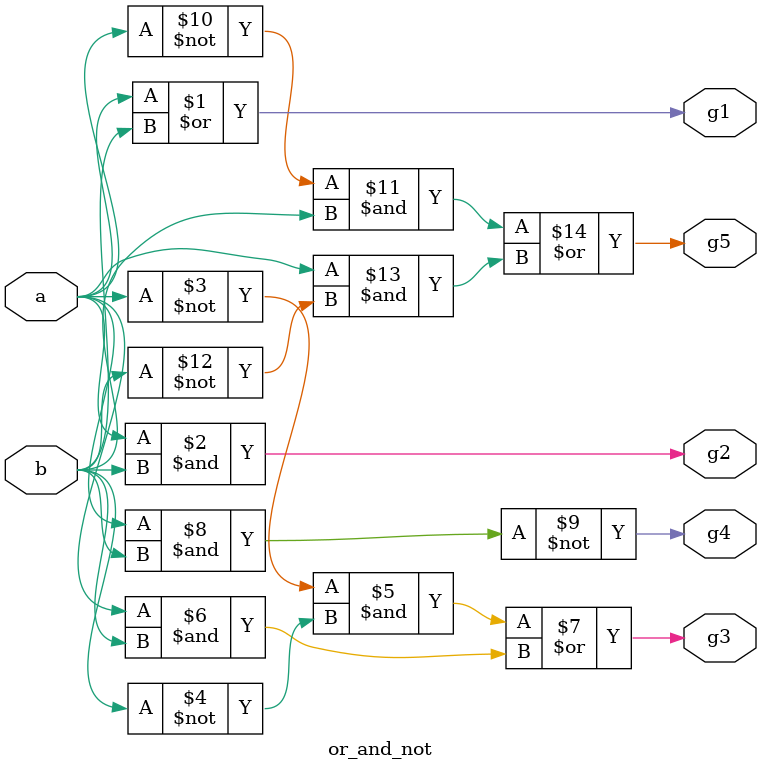
<source format=v>
`timescale 1ns / 1ps

module or_and_not(a,b,g1,g2,g3,g4,g5);
    input a,b;
    output g1,g2,g3,g4,g5;
	 
assign g1 = a | b;
assign g2 = a & b;
assign g3 = ~a&~b | a&b;
assign g4 = ~(a & b);
assign g5 = ~a&b | a&~b ;

endmodule

</source>
